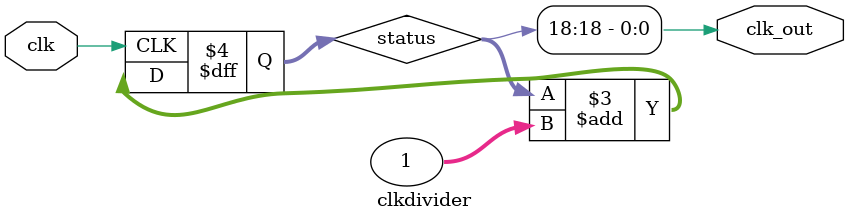
<source format=v>
`timescale 1ns / 1ps
module clkdivider(clk, clk_out);
    input clk;
    output reg clk_out;
    
    reg        [31:0]   status;
    always @ (*) begin
        clk_out = status[18];
    end

    always @ (negedge clk) begin
        status <= (status + 32'h00000001);
    end
  
endmodule
</source>
